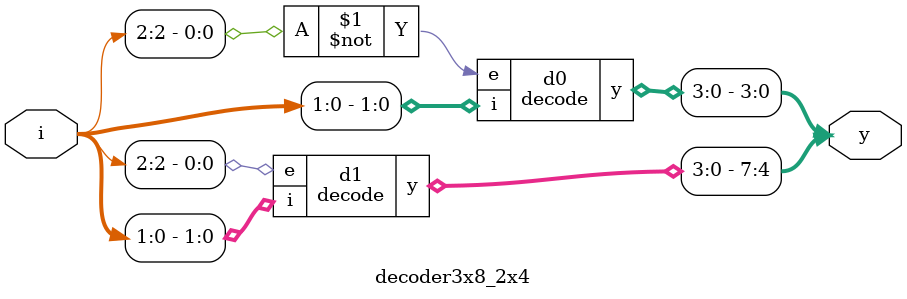
<source format=v>
module decode(
  input  [1:0] i,
  input        e,
  output [3:0] y
);

  assign y[0] =  e & ~i[1] & ~i[0];
  assign y[1] =  e & ~i[1] &  i[0];
  assign y[2] =  e &  i[1] & ~i[0];
  assign y[3] =  e &  i[1] &  i[0];

endmodule


module decoder3x8_2x4(
  input  [2:0] i,
  output [7:0] y
);

  decode d0 (
    .i(i[1:0]),
    .e(~i[2]),
    .y(y[3:0])
  );

  decode d1 (
    .i(i[1:0]),
    .e(i[2]),
    .y(y[7:4])
  );

endmodule

</source>
